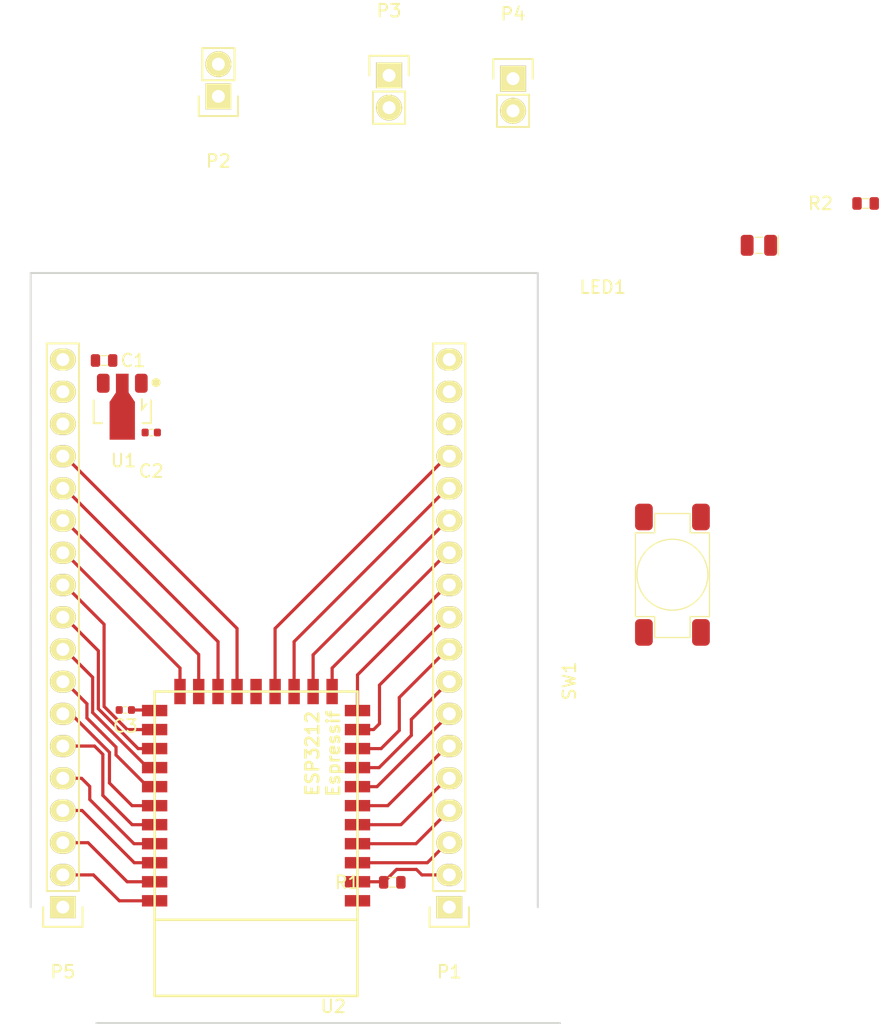
<source format=kicad_pcb>
(kicad_pcb (version 20221018) (generator pcbnew)
  (layers (0 "F.Cu" signal) (31 "B.Cu" signal) (34 "B.Paste" user) (35 "F.Paste" user) (36 "B.SilkS" user "B.Silkscreen") (37 "F.SilkS" user "F.Silkscreen") (38 "B.Mask" user) (39 "F.Mask" user) (44 "Edge.Cuts" user))
  (net 0 "")
  (net 1 "GND")
  (net 2 "+3V3")
  (net 3 "+5V")
  (net 4 "Net-(P1-Pad12)")
  (net 5 "Net-(P1-Pad13)")
  (net 6 "Net-(P1-Pad14)")
  (net 7 "Net-(P1-Pad15)")
  (net 8 "Net-(P2-Pad1)")
  (net 9 "Net-(LED1-Pad1)")
  (net 10 "/IO27")
  (net 11 "/IO26")
  (net 12 "/IO25")
  (net 13 "/IO33")
  (net 14 "/IO32")
  (net 15 "/IO35")
  (net 16 "/IO34")
  (net 17 "Net-(P1-Pad4)")
  (net 18 "Net-(P1-Pad3)")
  (net 19 "Net-(P1-Pad2)")
  (net 20 "Net-(P3-Pad1)")
  (net 21 "Net-(P4-Pad1)")
  (net 22 "Net-(P4-Pad2)")
  (net 23 "/TXD")
  (net 24 "/RXD")
  (net 25 "Net-(P5-Pad6)")
  (net 26 "Net-(P5-Pad7)")
  (net 27 "Net-(P5-Pad8)")
  (net 28 "Net-(P5-Pad9)")
  (net 29 "Net-(P5-Pad10)")
  (net 30 "Net-(P5-Pad11)")
  (net 31 "Net-(P5-Pad12)")
  (net 32 "Net-(P5-Pad13)")
  (net 33 "Net-(P5-Pad3)")
  (net 34 "Net-(R2-Pad1)")
  (net 35 "Net-(LED1-Pad2)")
  (footprint "PCB_Footprints:C0603" (layer "F.Cu") (at 105.791 56.8964 180)
    (fp_text reference "C1" (at -2.286 0 180) (layer "F.SilkS"))
    (fp_text value "CL10A106KQ8NNNC")
    (fp_line (start -0.254 -0.381) (end 0.254 -0.381) (stroke (width 0.1)) (layer "F.SilkS"))
    (fp_line (start -0.254 0.381) (end 0.254 0.381) (stroke (width 0.1)) (layer "F.SilkS"))
    (pad "1" smd roundrect (at -0.68 0 180) (size 0.74 1) (layers "F.Cu" "F.Paste" "F.Mask") (net 3 "+5V"))
    (pad "2" smd roundrect (at 0.68 0 180) (size 0.74 1) (layers "F.Cu" "F.Paste" "F.Mask") (net 1 "GND"))
  )
  (footprint "PCB_Footprints:C0402" (layer "F.Cu") (at 109.5121 62.5729)
    (fp_text reference "C2" (at 0 3.048) (layer "F.SilkS"))
    (fp_text value "CL05B104JP5NNNC")
    (fp_line (start -0.127 -0.254) (end 0.127 -0.254) (stroke (width 0.1)) (layer "F.SilkS"))
    (fp_line (start -0.127 0.254) (end 0.127 0.254) (stroke (width 0.1)) (layer "F.SilkS"))
    (pad "1" smd roundrect (at -0.483 0) (size 0.559 0.61) (layers "F.Cu" "F.Paste" "F.Mask") (net 2 "+3V3"))
    (pad "2" smd roundrect (at 0.483 0) (size 0.559 0.61) (layers "F.Cu" "F.Paste" "F.Mask") (net 1 "GND"))
  )
  (footprint "PCB_Footprints:AZ1117CR-3.3TRG1" (layer "F.Cu") (at 107.2261 60.5409 180)
    (fp_text reference "U1" (at -0.09906 -4.24942 180) (layer "F.SilkS"))
    (fp_text value "AZ1117CR-3.3TRG1_1")
    (fp_line (start -2.25044 -1.30048) (end -2.25044 0.50038) (stroke (width 0.15)) (layer "F.SilkS"))
    (fp_line (start -2.25044 -1.30048) (end -1.6002 -1.30048) (stroke (width 0.15)) (layer "F.SilkS"))
    (fp_line (start -1.89992 0.20066) (end -1.651 -0.09906) (stroke (width 0.15)) (layer "F.SilkS"))
    (fp_line (start -1.651 -0.09906) (end -1.5494 -0.24892) (stroke (width 0.15)) (layer "F.SilkS"))
    (fp_line (start -1.5494 -0.24892) (end -1.5494 0.59944) (stroke (width 0.15)) (layer "F.SilkS"))
    (fp_line (start 2.25044 -1.30048) (end 1.6002 -1.30048) (stroke (width 0.15)) (layer "F.SilkS"))
    (fp_line (start 2.25044 -1.30048) (end 2.25044 0.50038) (stroke (width 0.15)) (layer "F.SilkS"))
    (fp_circle (center -2.667 1.905) (end -2.54 2.032) (stroke (width 0.35)) (fill none) (layer "F.SilkS"))
    (pad "1" smd roundrect (at -1.50114 1.85166 180) (size 1.00076 1.50114) (layers "F.Cu" "F.Paste" "F.Mask") (net 1 "GND"))
    (pad "2" smd rect (at 0 -1.09982 180) (size 1.99898 2.99974) (layers "F.Cu" "F.Paste" "F.Mask") (net 2 "+3V3"))
    (pad "2" smd trapezoid (at 0 0.7493) (size 1.50114 0.7493) (rect_delta 0 0.50038) (layers "F.Cu" "F.Paste" "F.Mask") (net 2 "+3V3"))
    (pad "2" smd rect (at 0 1.85166 180) (size 1.00076 1.50114) (layers "F.Cu" "F.Paste" "F.Mask") (net 2 "+3V3"))
    (pad "3" smd roundrect (at 1.50114 1.85166 180) (size 1.00076 1.50114) (layers "F.Cu" "F.Paste" "F.Mask") (net 3 "+5V"))
  )
  (footprint "ESP32-footprints-Lib:ESP3212" (layer "F.Cu") (at 117.78 95 180)
    (fp_text reference "U2" (at -6.096 -12.827 180) (layer "F.SilkS"))
    (fp_text value "ESP3212")
    (fp_text user "ESP3212" (at -4.445 7.112 270) (layer "F.SilkS") (effects (font (thickness 0.2))))
    (fp_text user "Espressif" (at -6.096 7.112 270) (layer "F.SilkS") (effects (font (thickness 0.2))))
    (fp_line (start -8 -12) (end 8 -12) (stroke (width 0.2)) (layer "F.SilkS"))
    (fp_line (start -8 -6) (end 8 -6) (stroke (width 0.2)) (layer "F.SilkS"))
    (fp_line (start -8 12) (end -8 -12) (stroke (width 0.2)) (layer "F.SilkS"))
    (fp_line (start 8 -12) (end 8 12) (stroke (width 0.2)) (layer "F.SilkS"))
    (fp_line (start 8 12) (end -8 12) (stroke (width 0.2)) (layer "F.SilkS"))
    (pad "1" smd rect (at -8 -4.5 180) (size 2 0.9) (layers "F.Cu" "F.Paste" "F.Mask") (net 1 "GND"))
    (pad "2" smd rect (at -8 -3 180) (size 2 0.9) (layers "F.Cu" "F.Paste" "F.Mask") (net 19 "Net-(P1-Pad2)"))
    (pad "3" smd rect (at -8 -1.5 180) (size 2 0.9) (layers "F.Cu" "F.Paste" "F.Mask") (net 18 "Net-(P1-Pad3)"))
    (pad "4" smd rect (at -8 0 180) (size 2 0.9) (layers "F.Cu" "F.Paste" "F.Mask") (net 17 "Net-(P1-Pad4)"))
    (pad "5" smd rect (at -8 1.5 180) (size 2 0.9) (layers "F.Cu" "F.Paste" "F.Mask") (net 16 "/IO34"))
    (pad "6" smd rect (at -8 3 180) (size 2 0.9) (layers "F.Cu" "F.Paste" "F.Mask") (net 15 "/IO35"))
    (pad "7" smd rect (at -8 4.5 180) (size 2 0.9) (layers "F.Cu" "F.Paste" "F.Mask") (net 14 "/IO32"))
    (pad "8" smd rect (at -8 6 180) (size 2 0.9) (layers "F.Cu" "F.Paste" "F.Mask") (net 13 "/IO33"))
    (pad "9" smd rect (at -8 7.5 180) (size 2 0.9) (layers "F.Cu" "F.Paste" "F.Mask") (net 12 "/IO25"))
    (pad "10" smd rect (at -8 9 180) (size 2 0.9) (layers "F.Cu" "F.Paste" "F.Mask") (net 11 "/IO26"))
    (pad "11" smd rect (at -8 10.5 180) (size 2 0.9) (layers "F.Cu" "F.Paste" "F.Mask") (net 10 "/IO27"))
    (pad "12" smd rect (at -6 12 180) (size 0.9 2) (layers "F.Cu" "F.Paste" "F.Mask") (net 4 "Net-(P1-Pad12)"))
    (pad "13" smd rect (at -4.5 12 180) (size 0.9 2) (layers "F.Cu" "F.Paste" "F.Mask") (net 5 "Net-(P1-Pad13)"))
    (pad "14" smd rect (at -3 12 180) (size 0.9 2) (layers "F.Cu" "F.Paste" "F.Mask") (net 6 "Net-(P1-Pad14)"))
    (pad "15" smd rect (at -1.5 12 180) (size 0.9 2) (layers "F.Cu" "F.Paste" "F.Mask") (net 7 "Net-(P1-Pad15)"))
    (pad "16" smd rect (at 0 12 180) (size 0.9 2) (layers "F.Cu" "F.Paste" "F.Mask") (net 1 "GND"))
    (pad "17" smd rect (at 1.5 12 180) (size 0.9 2) (layers "F.Cu" "F.Paste" "F.Mask") (net 20 "Net-(P3-Pad1)"))
    (pad "18" smd rect (at 3 12 180) (size 0.9 2) (layers "F.Cu" "F.Paste" "F.Mask") (net 8 "Net-(P2-Pad1)"))
    (pad "19" smd rect (at 4.524 12 180) (size 0.9 2) (layers "F.Cu" "F.Paste" "F.Mask") (net 32 "Net-(P5-Pad13)"))
    (pad "20" smd rect (at 6 12 180) (size 0.9 2) (layers "F.Cu" "F.Paste" "F.Mask") (net 31 "Net-(P5-Pad12)"))
    (pad "21" smd rect (at 8 10.5 180) (size 2 0.9) (layers "F.Cu" "F.Paste" "F.Mask") (net 2 "+3V3"))
    (pad "22" smd rect (at 8 9 180) (size 2 0.9) (layers "F.Cu" "F.Paste" "F.Mask") (net 30 "Net-(P5-Pad11)"))
    (pad "23" smd rect (at 8 7.5 180) (size 2 0.9) (layers "F.Cu" "F.Paste" "F.Mask") (net 29 "Net-(P5-Pad10)"))
    (pad "24" smd rect (at 8 6 180) (size 2 0.9) (layers "F.Cu" "F.Paste" "F.Mask") (net 28 "Net-(P5-Pad9)"))
    (pad "25" smd rect (at 8.001 4.5 180) (size 2 0.9) (layers "F.Cu" "F.Paste" "F.Mask") (net 27 "Net-(P5-Pad8)"))
    (pad "26" smd rect (at 8 3 180) (size 2 0.9) (layers "F.Cu" "F.Paste" "F.Mask") (net 26 "Net-(P5-Pad7)"))
    (pad "27" smd rect (at 8 1.5 180) (size 2 0.9) (layers "F.Cu" "F.Paste" "F.Mask") (net 25 "Net-(P5-Pad6)"))
    (pad "28" smd rect (at 8 0 180) (size 2 0.9) (layers "F.Cu" "F.Paste" "F.Mask") (net 24 "/RXD"))
    (pad "29" smd rect (at 8 -1.5 180) (size 2 0.9) (layers "F.Cu" "F.Paste" "F.Mask") (net 23 "/TXD"))
    (pad "30" smd rect (at 8 -3 180) (size 2 0.9) (layers "F.Cu" "F.Paste" "F.Mask") (net 33 "Net-(P5-Pad3)"))
    (pad "31" smd rect (at 8 -4.5 180) (size 2 0.9) (layers "F.Cu" "F.Paste" "F.Mask") (net 1 "GND"))
  )
  (footprint "OnHand-Components:C0402" (layer "F.Cu") (at 107.467 84.4554 180)
    (fp_text reference "C3" (at 0 -1.27 180) (layer "F.SilkS"))
    (fp_text value "GRM155R71C104KA88D")
    (fp_line (start -0.127 -0.254) (end 0.127 -0.254) (stroke (width 0.1)) (layer "F.SilkS"))
    (fp_line (start -0.127 0.254) (end 0.127 0.254) (stroke (width 0.1)) (layer "F.SilkS"))
    (pad "1" smd roundrect (at -0.483 0 180) (size 0.559 0.61) (layers "F.Cu" "F.Paste" "F.Mask") (net 2 "+3V3"))
    (pad "2" smd roundrect (at 0.483 0 180) (size 0.559 0.61) (layers "F.Cu" "F.Paste" "F.Mask") (net 1 "GND"))
  )
  (footprint "OnHand-Components:LED0805Y" (layer "F.Cu") (at 157.440297 47.813342)
    (fp_text reference "LED1" (at -12.319 3.302) (layer "F.SilkS"))
    (fp_text value "5988140107F")
    (fp_line (start -0.3 0.635) (end 0.3 0.635) (stroke (width 0.1)) (layer "F.SilkS"))
    (fp_line (start 0.3 -0.635) (end -0.3 -0.635) (stroke (width 0.1)) (layer "F.SilkS"))
    (fp_line (start 1.524 -0.762) (end 1.524 0.762) (stroke (width 0.1)) (layer "F.SilkS"))
    (pad "1" smd roundrect (at -0.925 0) (size 1.016 1.651) (layers "F.Cu" "F.Paste" "F.Mask") (net 9 "Net-(LED1-Pad1)"))
    (pad "2" smd roundrect (at 0.925 0) (size 1.016 1.651) (layers "F.Cu" "F.Paste" "F.Mask") (net 35 "Net-(LED1-Pad2)"))
  )
  (footprint "Pin_Headers:Pin_Header_Straight_1x18" (layer "F.Cu") (at 133.02 100 180)
    (fp_text reference "P1" (at 0 -5.1 180) (layer "F.SilkS"))
    (fp_text value "CONN_01X18")
    (fp_line (start -1.55 -1.55) (end 1.55 -1.55) (stroke (width 0.15)) (layer "F.SilkS"))
    (fp_line (start -1.55 0) (end -1.55 -1.55) (stroke (width 0.15)) (layer "F.SilkS"))
    (fp_line (start -1.27 44.45) (end -1.27 1.27) (stroke (width 0.15)) (layer "F.SilkS"))
    (fp_line (start 1.27 1.27) (end -1.27 1.27) (stroke (width 0.15)) (layer "F.SilkS"))
    (fp_line (start 1.27 1.27) (end 1.27 44.45) (stroke (width 0.15)) (layer "F.SilkS"))
    (fp_line (start 1.27 44.45) (end -1.27 44.45) (stroke (width 0.15)) (layer "F.SilkS"))
    (fp_line (start 1.55 -1.55) (end 1.55 0) (stroke (width 0.15)) (layer "F.SilkS"))
    (pad "1" thru_hole rect (at 0 0 180) (size 2.032 1.7272) (drill 1.016) (layers "*.Cu" "*.Mask" "F.SilkS") (net 1 "GND"))
    (pad "2" thru_hole oval (at 0 2.54 180) (size 2.032 1.7272) (drill 1.016) (layers "*.Cu" "*.Mask" "F.SilkS") (net 19 "Net-(P1-Pad2)"))
    (pad "3" thru_hole oval (at 0 5.08 180) (size 2.032 1.7272) (drill 1.016) (layers "*.Cu" "*.Mask" "F.SilkS") (net 18 "Net-(P1-Pad3)"))
    (pad "4" thru_hole oval (at 0 7.62 180) (size 2.032 1.7272) (drill 1.016) (layers "*.Cu" "*.Mask" "F.SilkS") (net 17 "Net-(P1-Pad4)"))
    (pad "5" thru_hole oval (at 0 10.16 180) (size 2.032 1.7272) (drill 1.016) (layers "*.Cu" "*.Mask" "F.SilkS") (net 16 "/IO34"))
    (pad "6" thru_hole oval (at 0 12.7 180) (size 2.032 1.7272) (drill 1.016) (layers "*.Cu" "*.Mask" "F.SilkS") (net 15 "/IO35"))
    (pad "7" thru_hole oval (at 0 15.24 180) (size 2.032 1.7272) (drill 1.016) (layers "*.Cu" "*.Mask" "F.SilkS") (net 14 "/IO32"))
    (pad "8" thru_hole oval (at 0 17.78 180) (size 2.032 1.7272) (drill 1.016) (layers "*.Cu" "*.Mask" "F.SilkS") (net 13 "/IO33"))
    (pad "9" thru_hole oval (at 0 20.32 180) (size 2.032 1.7272) (drill 1.016) (layers "*.Cu" "*.Mask" "F.SilkS") (net 12 "/IO25"))
    (pad "10" thru_hole oval (at 0 22.86 180) (size 2.032 1.7272) (drill 1.016) (layers "*.Cu" "*.Mask" "F.SilkS") (net 11 "/IO26"))
    (pad "11" thru_hole oval (at 0 25.4 180) (size 2.032 1.7272) (drill 1.016) (layers "*.Cu" "*.Mask" "F.SilkS") (net 10 "/IO27"))
    (pad "12" thru_hole oval (at 0 27.94 180) (size 2.032 1.7272) (drill 1.016) (layers "*.Cu" "*.Mask" "F.SilkS") (net 4 "Net-(P1-Pad12)"))
    (pad "13" thru_hole oval (at 0 30.48 180) (size 2.032 1.7272) (drill 1.016) (layers "*.Cu" "*.Mask" "F.SilkS") (net 5 "Net-(P1-Pad13)"))
    (pad "14" thru_hole oval (at 0 33.02 180) (size 2.032 1.7272) (drill 1.016) (layers "*.Cu" "*.Mask" "F.SilkS") (net 6 "Net-(P1-Pad14)"))
    (pad "15" thru_hole oval (at 0 35.56 180) (size 2.032 1.7272) (drill 1.016) (layers "*.Cu" "*.Mask" "F.SilkS") (net 7 "Net-(P1-Pad15)"))
    (pad "16" thru_hole oval (at 0 38.1 180) (size 2.032 1.7272) (drill 1.016) (layers "*.Cu" "*.Mask" "F.SilkS") (net 2 "+3V3"))
    (pad "17" thru_hole oval (at 0 40.64 180) (size 2.032 1.7272) (drill 1.016) (layers "*.Cu" "*.Mask" "F.SilkS") (net 3 "+5V"))
    (pad "18" thru_hole oval (at 0 43.18 180) (size 2.032 1.7272) (drill 1.016) (layers "*.Cu" "*.Mask" "F.SilkS") (net 1 "GND"))
  )
  (footprint "Pin_Headers:Pin_Header_Straight_1x02" (layer "F.Cu") (at 114.808 36.0684 180)
    (fp_text reference "P2" (at 0 -5.1 180) (layer "F.SilkS"))
    (fp_text value "CONN_01X02")
    (fp_line (start -1.55 -1.55) (end 1.55 -1.55) (stroke (width 0.15)) (layer "F.SilkS"))
    (fp_line (start -1.55 0) (end -1.55 -1.55) (stroke (width 0.15)) (layer "F.SilkS"))
    (fp_line (start -1.27 1.27) (end -1.27 3.81) (stroke (width 0.15)) (layer "F.SilkS"))
    (fp_line (start -1.27 3.81) (end 1.27 3.81) (stroke (width 0.15)) (layer "F.SilkS"))
    (fp_line (start 1.27 1.27) (end -1.27 1.27) (stroke (width 0.15)) (layer "F.SilkS"))
    (fp_line (start 1.27 1.27) (end 1.27 3.81) (stroke (width 0.15)) (layer "F.SilkS"))
    (fp_line (start 1.55 -1.55) (end 1.55 0) (stroke (width 0.15)) (layer "F.SilkS"))
    (pad "1" thru_hole rect (at 0 0 180) (size 2.032 2.032) (drill 1.016) (layers "*.Cu" "*.Mask" "F.SilkS") (net 8 "Net-(P2-Pad1)"))
    (pad "2" thru_hole oval (at 0 2.54 180) (size 2.032 2.032) (drill 1.016) (layers "*.Cu" "*.Mask" "F.SilkS") (net 1 "GND"))
  )
  (footprint "Pin_Headers:Pin_Header_Straight_1x02" (layer "F.Cu") (at 128.27 34.4174)
    (fp_text reference "P3" (at 0 -5.1) (layer "F.SilkS"))
    (fp_text value "CONN_01X02")
    (fp_line (start -1.55 -1.55) (end 1.55 -1.55) (stroke (width 0.15)) (layer "F.SilkS"))
    (fp_line (start -1.55 0) (end -1.55 -1.55) (stroke (width 0.15)) (layer "F.SilkS"))
    (fp_line (start -1.27 1.27) (end -1.27 3.81) (stroke (width 0.15)) (layer "F.SilkS"))
    (fp_line (start -1.27 3.81) (end 1.27 3.81) (stroke (width 0.15)) (layer "F.SilkS"))
    (fp_line (start 1.27 1.27) (end -1.27 1.27) (stroke (width 0.15)) (layer "F.SilkS"))
    (fp_line (start 1.27 1.27) (end 1.27 3.81) (stroke (width 0.15)) (layer "F.SilkS"))
    (fp_line (start 1.55 -1.55) (end 1.55 0) (stroke (width 0.15)) (layer "F.SilkS"))
    (pad "1" thru_hole rect (at 0 0) (size 2.032 2.032) (drill 1.016) (layers "*.Cu" "*.Mask" "F.SilkS") (net 20 "Net-(P3-Pad1)"))
    (pad "2" thru_hole oval (at 0 2.54) (size 2.032 2.032) (drill 1.016) (layers "*.Cu" "*.Mask" "F.SilkS") (net 1 "GND"))
  )
  (footprint "Pin_Headers:Pin_Header_Straight_1x02" (layer "F.Cu") (at 138.049 34.6714)
    (fp_text reference "P4" (at 0 -5.1) (layer "F.SilkS"))
    (fp_text value "CONN_01X02")
    (fp_line (start -1.55 -1.55) (end 1.55 -1.55) (stroke (width 0.15)) (layer "F.SilkS"))
    (fp_line (start -1.55 0) (end -1.55 -1.55) (stroke (width 0.15)) (layer "F.SilkS"))
    (fp_line (start -1.27 1.27) (end -1.27 3.81) (stroke (width 0.15)) (layer "F.SilkS"))
    (fp_line (start -1.27 3.81) (end 1.27 3.81) (stroke (width 0.15)) (layer "F.SilkS"))
    (fp_line (start 1.27 1.27) (end -1.27 1.27) (stroke (width 0.15)) (layer "F.SilkS"))
    (fp_line (start 1.27 1.27) (end 1.27 3.81) (stroke (width 0.15)) (layer "F.SilkS"))
    (fp_line (start 1.55 -1.55) (end 1.55 0) (stroke (width 0.15)) (layer "F.SilkS"))
    (pad "1" thru_hole rect (at 0 0) (size 2.032 2.032) (drill 1.016) (layers "*.Cu" "*.Mask" "F.SilkS") (net 21 "Net-(P4-Pad1)"))
    (pad "2" thru_hole oval (at 0 2.54) (size 2.032 2.032) (drill 1.016) (layers "*.Cu" "*.Mask" "F.SilkS") (net 22 "Net-(P4-Pad2)"))
  )
  (footprint "Pin_Headers:Pin_Header_Straight_1x18" (layer "F.Cu") (at 102.54 100 180)
    (fp_text reference "P5" (at 0 -5.1 180) (layer "F.SilkS"))
    (fp_text value "CONN_01X18")
    (fp_line (start -1.55 -1.55) (end 1.55 -1.55) (stroke (width 0.15)) (layer "F.SilkS"))
    (fp_line (start -1.55 0) (end -1.55 -1.55) (stroke (width 0.15)) (layer "F.SilkS"))
    (fp_line (start -1.27 44.45) (end -1.27 1.27) (stroke (width 0.15)) (layer "F.SilkS"))
    (fp_line (start 1.27 1.27) (end -1.27 1.27) (stroke (width 0.15)) (layer "F.SilkS"))
    (fp_line (start 1.27 1.27) (end 1.27 44.45) (stroke (width 0.15)) (layer "F.SilkS"))
    (fp_line (start 1.27 44.45) (end -1.27 44.45) (stroke (width 0.15)) (layer "F.SilkS"))
    (fp_line (start 1.55 -1.55) (end 1.55 0) (stroke (width 0.15)) (layer "F.SilkS"))
    (pad "1" thru_hole rect (at 0 0 180) (size 2.032 1.7272) (drill 1.016) (layers "*.Cu" "*.Mask" "F.SilkS") (net 1 "GND"))
    (pad "2" thru_hole oval (at 0 2.54 180) (size 2.032 1.7272) (drill 1.016) (layers "*.Cu" "*.Mask" "F.SilkS") (net 1 "GND"))
    (pad "3" thru_hole oval (at 0 5.08 180) (size 2.032 1.7272) (drill 1.016) (layers "*.Cu" "*.Mask" "F.SilkS") (net 33 "Net-(P5-Pad3)"))
    (pad "4" thru_hole oval (at 0 7.62 180) (size 2.032 1.7272) (drill 1.016) (layers "*.Cu" "*.Mask" "F.SilkS") (net 23 "/TXD"))
    (pad "5" thru_hole oval (at 0 10.16 180) (size 2.032 1.7272) (drill 1.016) (layers "*.Cu" "*.Mask" "F.SilkS") (net 24 "/RXD"))
    (pad "6" thru_hole oval (at 0 12.7 180) (size 2.032 1.7272) (drill 1.016) (layers "*.Cu" "*.Mask" "F.SilkS") (net 25 "Net-(P5-Pad6)"))
    (pad "7" thru_hole oval (at 0 15.24 180) (size 2.032 1.7272) (drill 1.016) (layers "*.Cu" "*.Mask" "F.SilkS") (net 26 "Net-(P5-Pad7)"))
    (pad "8" thru_hole oval (at 0 17.78 180) (size 2.032 1.7272) (drill 1.016) (layers "*.Cu" "*.Mask" "F.SilkS") (net 27 "Net-(P5-Pad8)"))
    (pad "9" thru_hole oval (at 0 20.32 180) (size 2.032 1.7272) (drill 1.016) (layers "*.Cu" "*.Mask" "F.SilkS") (net 28 "Net-(P5-Pad9)"))
    (pad "10" thru_hole oval (at 0 22.86 180) (size 2.032 1.7272) (drill 1.016) (layers "*.Cu" "*.Mask" "F.SilkS") (net 29 "Net-(P5-Pad10)"))
    (pad "11" thru_hole oval (at 0 25.4 180) (size 2.032 1.7272) (drill 1.016) (layers "*.Cu" "*.Mask" "F.SilkS") (net 30 "Net-(P5-Pad11)"))
    (pad "12" thru_hole oval (at 0 27.94 180) (size 2.032 1.7272) (drill 1.016) (layers "*.Cu" "*.Mask" "F.SilkS") (net 31 "Net-(P5-Pad12)"))
    (pad "13" thru_hole oval (at 0 30.48 180) (size 2.032 1.7272) (drill 1.016) (layers "*.Cu" "*.Mask" "F.SilkS") (net 32 "Net-(P5-Pad13)"))
    (pad "14" thru_hole oval (at 0 33.02 180) (size 2.032 1.7272) (drill 1.016) (layers "*.Cu" "*.Mask" "F.SilkS") (net 8 "Net-(P2-Pad1)"))
    (pad "15" thru_hole oval (at 0 35.56 180) (size 2.032 1.7272) (drill 1.016) (layers "*.Cu" "*.Mask" "F.SilkS") (net 20 "Net-(P3-Pad1)"))
    (pad "16" thru_hole oval (at 0 38.1 180) (size 2.032 1.7272) (drill 1.016) (layers "*.Cu" "*.Mask" "F.SilkS") (net 2 "+3V3"))
    (pad "17" thru_hole oval (at 0 40.64 180) (size 2.032 1.7272) (drill 1.016) (layers "*.Cu" "*.Mask" "F.SilkS") (net 3 "+5V"))
    (pad "18" thru_hole oval (at 0 43.18 180) (size 2.032 1.7272) (drill 1.016) (layers "*.Cu" "*.Mask" "F.SilkS") (net 1 "GND"))
  )
  (footprint "OnHand-Components:R0603" (layer "F.Cu") (at 128.524 98.0444)
    (fp_text reference "R1" (at -3.556 0) (layer "F.SilkS"))
    (fp_text value "ERJ-3EKF1001V" hide)
    (fp_line (start -0.254 -0.381) (end 0.254 -0.381) (stroke (width 0.1)) (layer "F.SilkS"))
    (fp_line (start -0.254 0.381) (end 0.254 0.381) (stroke (width 0.1)) (layer "F.SilkS"))
    (pad "1" smd roundrect (at -0.68 0) (size 0.74 1) (layers "F.Cu" "F.Paste" "F.Mask") (net 19 "Net-(P1-Pad2)"))
    (pad "2" smd roundrect (at 0.68 0) (size 0.74 1) (layers "F.Cu" "F.Paste" "F.Mask") (net 2 "+3V3"))
  )
  (footprint "OnHand-Components:R0603" (layer "F.Cu") (at 165.860821 44.511342)
    (fp_text reference "R2" (at -3.556 0) (layer "F.SilkS"))
    (fp_text value "ERJ-3EKF1001V" hide)
    (fp_line (start -0.254 -0.381) (end 0.254 -0.381) (stroke (width 0.1)) (layer "F.SilkS"))
    (fp_line (start -0.254 0.381) (end 0.254 0.381) (stroke (width 0.1)) (layer "F.SilkS"))
    (pad "1" smd roundrect (at -0.68 0) (size 0.74 1) (layers "F.Cu" "F.Paste" "F.Mask") (net 34 "Net-(R2-Pad1)"))
    (pad "2" smd roundrect (at 0.68 0) (size 0.74 1) (layers "F.Cu" "F.Paste" "F.Mask") (net 21 "Net-(P4-Pad1)"))
  )
  (footprint "OnHand-Components:TL3301AF160QG" (layer "F.Cu") (at 150.622 73.7874 90)
    (fp_text reference "SW1" (at -8.382 -8.128 90) (layer "F.SilkS"))
    (fp_text value "TL3301AF160QG")
    (fp_line (start -4.953 -1.397) (end -4.953 1.397) (stroke (width 0.1)) (layer "F.SilkS"))
    (fp_line (start -4.953 1.397) (end -3.302 1.397) (stroke (width 0.1)) (layer "F.SilkS"))
    (fp_line (start -3.302 -2.921) (end -3.302 -1.397) (stroke (width 0.1)) (layer "F.SilkS"))
    (fp_line (start -3.302 -1.397) (end -4.953 -1.397) (stroke (width 0.1)) (layer "F.SilkS"))
    (fp_line (start -3.302 1.397) (end -3.302 2.921) (stroke (width 0.1)) (layer "F.SilkS"))
    (fp_line (start -3.302 2.921) (end 3.302 2.921) (stroke (width 0.1)) (layer "F.SilkS"))
    (fp_line (start 3.302 -2.921) (end -3.302 -2.921) (stroke (width 0.1)) (layer "F.SilkS"))
    (fp_line (start 3.302 -2.794) (end 3.302 -2.921) (stroke (width 0.1)) (layer "F.SilkS"))
    (fp_line (start 3.302 -1.397) (end 3.302 -2.794) (stroke (width 0.1)) (layer "F.SilkS"))
    (fp_line (start 3.302 1.397) (end 4.826 1.397) (stroke (width 0.1)) (layer "F.SilkS"))
    (fp_line (start 3.302 2.921) (end 3.302 1.397) (stroke (width 0.1)) (layer "F.SilkS"))
    (fp_line (start 4.826 -1.397) (end 3.302 -1.397) (stroke (width 0.1)) (layer "F.SilkS"))
    (fp_line (start 4.826 1.397) (end 4.826 -1.397) (stroke (width 0.1)) (layer "F.SilkS"))
    (fp_circle (center 0 0) (end 2.159 1.778) (stroke (width 0.1)) (fill none) (layer "F.SilkS"))
    (pad "1" smd roundrect (at -4.55 -2.25 90) (size 2.1 1.4) (layers "F.Cu" "F.Paste" "F.Mask") (net 1 "GND"))
    (pad "1" smd roundrect (at 4.55 -2.25 90) (size 2.1 1.4) (layers "F.Cu" "F.Paste" "F.Mask") (net 1 "GND"))
    (pad "2" smd roundrect (at -4.55 2.25 90) (size 2.1 1.4) (layers "F.Cu" "F.Paste" "F.Mask") (net 19 "Net-(P1-Pad2)"))
    (pad "2" smd roundrect (at 4.55 2.25 90) (size 2.1 1.4) (layers "F.Cu" "F.Paste" "F.Mask") (net 19 "Net-(P1-Pad2)"))
  )
  (gr_line (start 100 50) (end 100 100) (stroke (width 0.15)) (layer "Edge.Cuts"))
  (gr_line (start 105.1814 109.1442) (end 105.4862 109.1442) (stroke (width 0.15)) (layer "Edge.Cuts"))
  (gr_line (start 140 50) (end 100 50) (stroke (width 0.15)) (layer "Edge.Cuts"))
  (gr_line (start 105.4862 109.1442) (end 141.7574 109.1442) (stroke (width 0.15)) (layer "Edge.Cuts"))
  (gr_line (start 140 100) (end 140 50) (stroke (width 0.15)) (layer "Edge.Cuts"))
  (segment (start 109.78 99.5) (end 106.9926 99.5) (width 0.25) (layer "F.Cu") (net 1))
  (segment (start 106.9926 99.5) (end 104.9526 97.46) (width 0.25) (layer "F.Cu") (net 1))
  (segment (start 104.9526 97.46) (end 102.54 97.46) (width 0.25) (layer "F.Cu") (net 1))
  (segment (start 109.7354 84.4554) (end 109.78 84.5) (width 0.25) (layer "F.Cu") (net 2))
  (segment (start 107.95 84.4554) (end 109.7354 84.4554) (width 0.25) (layer "F.Cu") (net 2))
  (segment (start 132.8676 72.06) (end 133.02 72.06) (width 0.25) (layer "F.Cu") (net 4))
  (segment (start 123.78 81.1476) (end 132.8676 72.06) (width 0.25) (layer "F.Cu") (net 4))
  (segment (start 123.78 83) (end 123.78 81.1476) (width 0.25) (layer "F.Cu") (net 4))
  (segment (start 122.28 83) (end 122.28 80.1076) (width 0.25) (layer "F.Cu") (net 5))
  (segment (start 132.8676 69.52) (end 133.02 69.52) (width 0.25) (layer "F.Cu") (net 5))
  (segment (start 122.28 80.1076) (end 132.8676 69.52) (width 0.25) (layer "F.Cu") (net 5))
  (segment (start 132.8676 66.98) (end 133.02 66.98) (width 0.25) (layer "F.Cu") (net 6))
  (segment (start 120.78 83) (end 120.78 79.0676) (width 0.25) (layer "F.Cu") (net 6))
  (segment (start 120.78 79.0676) (end 132.8676 66.98) (width 0.25) (layer "F.Cu") (net 6))
  (segment (start 119.28 78.0276) (end 132.8676 64.44) (width 0.25) (layer "F.Cu") (net 7))
  (segment (start 119.28 83) (end 119.28 78.0276) (width 0.25) (layer "F.Cu") (net 7))
  (segment (start 132.8676 64.44) (end 133.02 64.44) (width 0.25) (layer "F.Cu") (net 7))
  (segment (start 114.78 79.0676) (end 102.6924 66.98) (width 0.25) (layer "F.Cu") (net 8))
  (segment (start 114.78 83) (end 114.78 79.0676) (width 0.25) (layer "F.Cu") (net 8))
  (segment (start 102.6924 66.98) (end 102.54 66.98) (width 0.25) (layer "F.Cu") (net 8))
  (segment (start 132.8676 74.6) (end 133.02 74.6) (width 0.25) (layer "F.Cu") (net 10))
  (segment (start 125.78 81.6876) (end 132.8676 74.6) (width 0.25) (layer "F.Cu") (net 10))
  (segment (start 125.78 84.5) (end 125.78 81.6876) (width 0.25) (layer "F.Cu") (net 10))
  (segment (start 127.515322 82.492278) (end 132.8676 77.14) (width 0.25) (layer "F.Cu") (net 11))
  (segment (start 132.8676 77.14) (end 133.02 77.14) (width 0.25) (layer "F.Cu") (net 11))
  (segment (start 125.78 86) (end 127.05007 86) (width 0.25) (layer "F.Cu") (net 11))
  (segment (start 127.05007 86) (end 127.515322 85.534748) (width 0.25) (layer "F.Cu") (net 11))
  (segment (start 127.515322 85.534748) (end 127.515322 82.492278) (width 0.25) (layer "F.Cu") (net 11))
  (segment (start 132.8676 79.68) (end 133.02 79.68) (width 0.25) (layer "F.Cu") (net 12))
  (segment (start 125.78 87.5) (end 127.642725 87.5) (width 0.25) (layer "F.Cu") (net 12))
  (segment (start 129.078051 83.469549) (end 132.8676 79.68) (width 0.25) (layer "F.Cu") (net 12))
  (segment (start 129.078051 86.064674) (end 129.078051 83.469549) (width 0.25) (layer "F.Cu") (net 12))
  (segment (start 127.642725 87.5) (end 129.078051 86.064674) (width 0.25) (layer "F.Cu") (net 12))
  (segment (start 133.003237 82.22) (end 133.02 82.22) (width 0.25) (layer "F.Cu") (net 13))
  (segment (start 125.78 89) (end 127.48515 89) (width 0.25) (layer "F.Cu") (net 13))
  (segment (start 130.027638 85.195599) (end 133.003237 82.22) (width 0.25) (layer "F.Cu") (net 13))
  (segment (start 130.027638 86.457512) (end 130.027638 85.195599) (width 0.25) (layer "F.Cu") (net 13))
  (segment (start 127.48515 89) (end 130.027638 86.457512) (width 0.25) (layer "F.Cu") (net 13))
  (segment (start 127.319801 90.5) (end 133.02 84.799801) (width 0.25) (layer "F.Cu") (net 14))
  (segment (start 125.78 90.5) (end 127.319801 90.5) (width 0.25) (layer "F.Cu") (net 14))
  (segment (start 133.02 84.799801) (end 133.02 84.76) (width 0.25) (layer "F.Cu") (net 14))
  (segment (start 128.1676 92) (end 132.8676 87.3) (width 0.25) (layer "F.Cu") (net 15))
  (segment (start 125.78 92) (end 128.1676 92) (width 0.25) (layer "F.Cu") (net 15))
  (segment (start 132.8676 87.3) (end 133.02 87.3) (width 0.25) (layer "F.Cu") (net 15))
  (segment (start 129.2076 93.5) (end 132.8676 89.84) (width 0.25) (layer "F.Cu") (net 16))
  (segment (start 132.8676 89.84) (end 133.02 89.84) (width 0.25) (layer "F.Cu") (net 16))
  (segment (start 125.78 93.5) (end 129.2076 93.5) (width 0.25) (layer "F.Cu") (net 16))
  (segment (start 125.78 95) (end 130.395812 95) (width 0.25) (layer "F.Cu") (net 17))
  (segment (start 133.015812 92.38) (end 133.02 92.38) (width 0.25) (layer "F.Cu") (net 17))
  (segment (start 130.395812 95) (end 133.015812 92.38) (width 0.25) (layer "F.Cu") (net 17))
  (segment (start 131.2876 96.5) (end 132.8676 94.92) (width 0.25) (layer "F.Cu") (net 18))
  (segment (start 125.78 96.5) (end 131.2876 96.5) (width 0.25) (layer "F.Cu") (net 18))
  (segment (start 132.8676 94.92) (end 133.02 94.92) (width 0.25) (layer "F.Cu") (net 18))
  (segment (start 127.7996 98) (end 127.844 98.0444) (width 0.25) (layer "F.Cu") (net 19))
  (segment (start 130.8606 97.46) (end 133.02 97.46) (width 0.25) (layer "F.Cu") (net 19))
  (segment (start 125.78 98) (end 127.7996 98) (width 0.25) (layer "F.Cu") (net 19))
  (segment (start 127.844 98.0444) (end 128.86 97.0284) (width 0.25) (layer "F.Cu") (net 19))
  (segment (start 128.86 97.0284) (end 130.429 97.0284) (width 0.25) (layer "F.Cu") (net 19))
  (segment (start 130.429 97.0284) (end 130.8606 97.46) (width 0.25) (layer "F.Cu") (net 19))
  (segment (start 116.28 78.0276) (end 102.6924 64.44) (width 0.25) (layer "F.Cu") (net 20))
  (segment (start 102.6924 64.44) (end 102.54 64.44) (width 0.25) (layer "F.Cu") (net 20))
  (segment (start 116.28 83) (end 116.28 78.0276) (width 0.25) (layer "F.Cu") (net 20))
  (segment (start 108.175411 96.5) (end 104.055411 92.38) (width 0.25) (layer "F.Cu") (net 23))
  (segment (start 104.055411 92.38) (end 102.54 92.38) (width 0.25) (layer "F.Cu") (net 23))
  (segment (start 109.78 96.5) (end 108.175411 96.5) (width 0.25) (layer "F.Cu") (net 23))
  (segment (start 104.662898 91.514043) (end 104.662898 90.48802) (width 0.25) (layer "F.Cu") (net 24))
  (segment (start 108.148855 95) (end 104.662898 91.514043) (width 0.25) (layer "F.Cu") (net 24))
  (segment (start 104.662898 90.48802) (end 104.014878 89.84) (width 0.25) (layer "F.Cu") (net 24))
  (segment (start 109.78 95) (end 108.148855 95) (width 0.25) (layer "F.Cu") (net 24))
  (segment (start 104.014878 89.84) (end 102.54 89.84) (width 0.25) (layer "F.Cu") (net 24))
  (segment (start 105.039146 87.3) (end 102.54 87.3) (width 0.25) (layer "F.Cu") (net 25))
  (segment (start 105.693689 87.954543) (end 105.039146 87.3) (width 0.25) (layer "F.Cu") (net 25))
  (segment (start 109.78 93.5) (end 108.006197 93.5) (width 0.25) (layer "F.Cu") (net 25))
  (segment (start 108.006197 93.5) (end 105.693689 91.187492) (width 0.25) (layer "F.Cu") (net 25))
  (segment (start 105.693689 91.187492) (end 105.693689 87.954543) (width 0.25) (layer "F.Cu") (net 25))
  (segment (start 102.553245 87.3) (end 102.54 87.3) (width 0.25) (layer "F.Cu") (net 25))
  (segment (start 106.215533 87.792642) (end 106.215533 90.213933) (width 0.25) (layer "F.Cu") (net 26))
  (segment (start 103.182891 84.76) (end 106.215533 87.792642) (width 0.25) (layer "F.Cu") (net 26))
  (segment (start 102.54 84.76) (end 103.182891 84.76) (width 0.25) (layer "F.Cu") (net 26))
  (segment (start 108.0016 92) (end 109.78 92) (width 0.25) (layer "F.Cu") (net 26))
  (segment (start 106.215533 90.213933) (end 108.0016 92) (width 0.25) (layer "F.Cu") (net 26))
  (segment (start 102.6924 82.22) (end 102.54 82.22) (width 0.25) (layer "F.Cu") (net 27))
  (segment (start 106.732961 87.381543) (end 104.439051 85.087633) (width 0.25) (layer "F.Cu") (net 27))
  (segment (start 106.732961 88.003961) (end 106.732961 87.381543) (width 0.25) (layer "F.Cu") (net 27))
  (segment (start 109.229 90.5) (end 106.732961 88.003961) (width 0.25) (layer "F.Cu") (net 27))
  (segment (start 104.439051 83.966651) (end 102.6924 82.22) (width 0.25) (layer "F.Cu") (net 27))
  (segment (start 104.439051 85.087633) (end 104.439051 83.966651) (width 0.25) (layer "F.Cu") (net 27))
  (segment (start 109.779 90.5) (end 109.229 90.5) (width 0.25) (layer "F.Cu") (net 27))
  (segment (start 104.889062 84.659062) (end 104.889062 81.876662) (width 0.25) (layer "F.Cu") (net 28))
  (segment (start 109.78 89) (end 109.23 89) (width 0.25) (layer "F.Cu") (net 28))
  (segment (start 109.23 89) (end 104.889062 84.659062) (width 0.25) (layer "F.Cu") (net 28))
  (segment (start 102.6924 79.68) (end 102.54 79.68) (width 0.25) (layer "F.Cu") (net 28))
  (segment (start 104.889062 81.876662) (end 102.6924 79.68) (width 0.25) (layer "F.Cu") (net 28))
  (segment (start 105.339073 84.36138) (end 105.339073 79.786673) (width 0.25) (layer "F.Cu") (net 29))
  (segment (start 102.489 77.089) (end 102.54 77.14) (width 0.25) (layer "F.Cu") (net 29))
  (segment (start 102.489 76.9366) (end 102.489 77.089) (width 0.25) (layer "F.Cu") (net 29))
  (segment (start 108.477693 87.5) (end 105.339073 84.36138) (width 0.25) (layer "F.Cu") (net 29))
  (segment (start 109.78 87.5) (end 108.477693 87.5) (width 0.25) (layer "F.Cu") (net 29))
  (segment (start 105.339073 79.786673) (end 102.489 76.9366) (width 0.25) (layer "F.Cu") (net 29))
  (segment (start 105.791 84.176897) (end 105.791 77.6986) (width 0.25) (layer "F.Cu") (net 30))
  (segment (start 102.6924 74.6) (end 102.54 74.6) (width 0.25) (layer "F.Cu") (net 30))
  (segment (start 107.614103 86) (end 105.791 84.176897) (width 0.25) (layer "F.Cu") (net 30))
  (segment (start 105.791 77.6986) (end 102.6924 74.6) (width 0.25) (layer "F.Cu") (net 30))
  (segment (start 109.78 86) (end 107.614103 86) (width 0.25) (layer "F.Cu") (net 30))
  (segment (start 111.78 83) (end 111.78 81.1476) (width 0.25) (layer "F.Cu") (net 31))
  (segment (start 102.6924 72.06) (end 102.54 72.06) (width 0.25) (layer "F.Cu") (net 31))
  (segment (start 111.78 81.1476) (end 102.6924 72.06) (width 0.25) (layer "F.Cu") (net 31))
  (segment (start 113.256 80.0836) (end 102.6924 69.52) (width 0.25) (layer "F.Cu") (net 32))
  (segment (start 113.256 83) (end 113.256 80.0836) (width 0.25) (layer "F.Cu") (net 32))
  (segment (start 102.6924 69.52) (end 102.54 69.52) (width 0.25) (layer "F.Cu") (net 32))
  (segment (start 109.78 98) (end 107.612168 98) (width 0.25) (layer "F.Cu") (net 33))
  (segment (start 107.612168 98) (end 104.532168 94.92) (width 0.25) (layer "F.Cu") (net 33))
  (segment (start 104.532168 94.92) (end 102.54 94.92) (width 0.25) (layer "F.Cu") (net 33))
)
</source>
